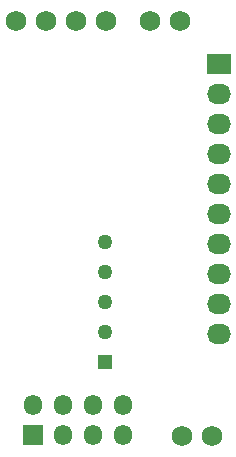
<source format=gbr>
G04 #@! TF.FileFunction,Soldermask,Bot*
%FSLAX46Y46*%
G04 Gerber Fmt 4.6, Leading zero omitted, Abs format (unit mm)*
G04 Created by KiCad (PCBNEW 0.201411241846+5301~19~ubuntu14.04.1-product) date Tue Jun  9 07:59:30 2015*
%MOMM*%
G01*
G04 APERTURE LIST*
%ADD10C,0.100000*%
%ADD11C,1.727200*%
%ADD12R,2.032000X1.727200*%
%ADD13O,2.032000X1.727200*%
%ADD14R,1.270000X1.270000*%
%ADD15C,1.270000*%
%ADD16R,1.727200X1.727200*%
%ADD17O,1.524000X1.727200*%
G04 APERTURE END LIST*
D10*
D11*
X146970000Y-82100000D03*
X144430000Y-82100000D03*
X144270000Y-47000000D03*
X141730000Y-47000000D03*
D12*
X147500000Y-50570000D03*
D13*
X147500000Y-53110000D03*
X147500000Y-55650000D03*
X147500000Y-58190000D03*
X147500000Y-60730000D03*
X147500000Y-63270000D03*
X147500000Y-65810000D03*
X147500000Y-68350000D03*
X147500000Y-70890000D03*
X147500000Y-73430000D03*
D14*
X137922000Y-75819000D03*
D15*
X137922000Y-73279000D03*
X137922000Y-70739000D03*
X137922000Y-68199000D03*
X137922000Y-65659000D03*
D11*
X130340000Y-47000000D03*
X132880000Y-47000000D03*
X135420000Y-47000000D03*
X137960000Y-47000000D03*
D16*
X131826000Y-82042000D03*
D17*
X131826000Y-79502000D03*
X134366000Y-82042000D03*
X134366000Y-79502000D03*
X136906000Y-82042000D03*
X136906000Y-79502000D03*
X139446000Y-82042000D03*
X139446000Y-79502000D03*
M02*

</source>
